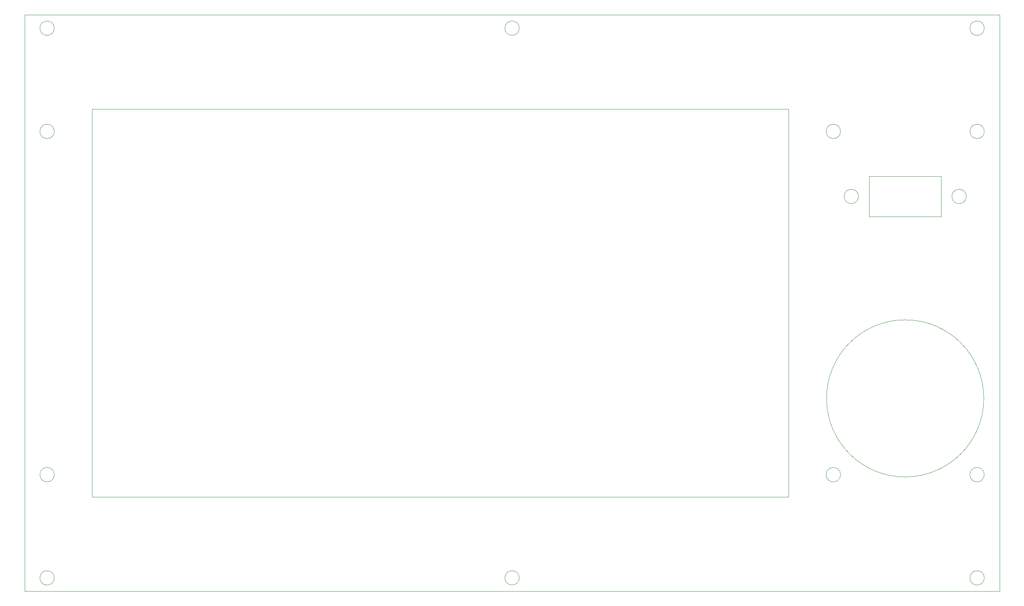
<source format=gbr>
%TF.GenerationSoftware,KiCad,Pcbnew,(5.99.0-9544-g366189b864)*%
%TF.CreationDate,2021-03-13T10:41:02+01:00*%
%TF.ProjectId,Controller Front,436f6e74-726f-46c6-9c65-722046726f6e,rev?*%
%TF.SameCoordinates,Original*%
%TF.FileFunction,Profile,NP*%
%FSLAX46Y46*%
G04 Gerber Fmt 4.6, Leading zero omitted, Abs format (unit mm)*
G04 Created by KiCad (PCBNEW (5.99.0-9544-g366189b864)) date 2021-03-13 10:41:02*
%MOMM*%
%LPD*%
G01*
G04 APERTURE LIST*
%TA.AperFunction,Profile*%
%ADD10C,0.100000*%
%TD*%
G04 APERTURE END LIST*
D10*
X246000000Y-128500000D02*
G75*
G03*
X246000000Y-128500000I-17500000J0D01*
G01*
X142600000Y-46000000D02*
G75*
G03*
X142600000Y-46000000I-1600000J0D01*
G01*
X142600000Y-168500000D02*
G75*
G03*
X142600000Y-168500000I-1600000J0D01*
G01*
X39100000Y-69000000D02*
G75*
G03*
X39100000Y-69000000I-1600000J0D01*
G01*
X246100000Y-168500000D02*
G75*
G03*
X246100000Y-168500000I-1600000J0D01*
G01*
X39100000Y-46000000D02*
G75*
G03*
X39100000Y-46000000I-1600000J0D01*
G01*
X249500000Y-171500000D02*
X32500000Y-171500000D01*
X32500000Y-171500000D02*
X32500000Y-43000000D01*
X32500000Y-43000000D02*
X249500000Y-43000000D01*
X249500000Y-43000000D02*
X249500000Y-171500000D01*
X47500000Y-64000000D02*
X202500000Y-64000000D01*
X202500000Y-64000000D02*
X202500000Y-150500000D01*
X202500000Y-150500000D02*
X47500000Y-150500000D01*
X47500000Y-150500000D02*
X47500000Y-64000000D01*
X246100000Y-145500000D02*
G75*
G03*
X246100000Y-145500000I-1600000J0D01*
G01*
X39100000Y-168500000D02*
G75*
G03*
X39100000Y-168500000I-1600000J0D01*
G01*
X39100000Y-145500000D02*
G75*
G03*
X39100000Y-145500000I-1600000J0D01*
G01*
X246100000Y-46000000D02*
G75*
G03*
X246100000Y-46000000I-1600000J0D01*
G01*
X214100000Y-145500000D02*
G75*
G03*
X214100000Y-145500000I-1600000J0D01*
G01*
X242100000Y-83500000D02*
G75*
G03*
X242100000Y-83500000I-1600000J0D01*
G01*
X220500000Y-79000000D02*
X236500000Y-79000000D01*
X236500000Y-79000000D02*
X236500000Y-88000000D01*
X236500000Y-88000000D02*
X220500000Y-88000000D01*
X220500000Y-88000000D02*
X220500000Y-79000000D01*
X214100000Y-69000000D02*
G75*
G03*
X214100000Y-69000000I-1600000J0D01*
G01*
X218100000Y-83500000D02*
G75*
G03*
X218100000Y-83500000I-1600000J0D01*
G01*
X246100000Y-69000000D02*
G75*
G03*
X246100000Y-69000000I-1600000J0D01*
G01*
M02*

</source>
